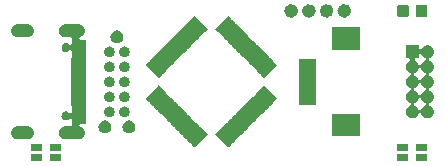
<source format=gbr>
G04 #@! TF.GenerationSoftware,KiCad,Pcbnew,(5.1.0)-1*
G04 #@! TF.CreationDate,2020-02-07T03:11:48-08:00*
G04 #@! TF.ProjectId,design,64657369-676e-42e6-9b69-6361645f7063,rev?*
G04 #@! TF.SameCoordinates,Original*
G04 #@! TF.FileFunction,Soldermask,Top*
G04 #@! TF.FilePolarity,Negative*
%FSLAX46Y46*%
G04 Gerber Fmt 4.6, Leading zero omitted, Abs format (unit mm)*
G04 Created by KiCad (PCBNEW (5.1.0)-1) date 2020-02-07 03:11:48*
%MOMM*%
%LPD*%
G04 APERTURE LIST*
%ADD10C,0.700000*%
%ADD11C,0.100000*%
G04 APERTURE END LIST*
D10*
X164000000Y-50000000D02*
G75*
G03X164000000Y-50000000I-250000J0D01*
G01*
X165500000Y-50000000D02*
G75*
G03X165500000Y-50000000I-250000J0D01*
G01*
X167000000Y-50000000D02*
G75*
G03X167000000Y-50000000I-250000J0D01*
G01*
X168500000Y-50000000D02*
G75*
G03X168500000Y-50000000I-250000J0D01*
G01*
D11*
G36*
X144251000Y-62751000D02*
G01*
X143349000Y-62751000D01*
X143349000Y-62149000D01*
X144251000Y-62149000D01*
X144251000Y-62751000D01*
X144251000Y-62751000D01*
G37*
G36*
X142651000Y-62751000D02*
G01*
X141749000Y-62751000D01*
X141749000Y-62149000D01*
X142651000Y-62149000D01*
X142651000Y-62751000D01*
X142651000Y-62751000D01*
G37*
G36*
X175251000Y-62751000D02*
G01*
X174349000Y-62751000D01*
X174349000Y-62149000D01*
X175251000Y-62149000D01*
X175251000Y-62751000D01*
X175251000Y-62751000D01*
G37*
G36*
X173651000Y-62751000D02*
G01*
X172749000Y-62751000D01*
X172749000Y-62149000D01*
X173651000Y-62149000D01*
X173651000Y-62751000D01*
X173651000Y-62751000D01*
G37*
G36*
X144251000Y-61851000D02*
G01*
X143349000Y-61851000D01*
X143349000Y-61249000D01*
X144251000Y-61249000D01*
X144251000Y-61851000D01*
X144251000Y-61851000D01*
G37*
G36*
X142651000Y-61851000D02*
G01*
X141749000Y-61851000D01*
X141749000Y-61249000D01*
X142651000Y-61249000D01*
X142651000Y-61851000D01*
X142651000Y-61851000D01*
G37*
G36*
X173651000Y-61851000D02*
G01*
X172749000Y-61851000D01*
X172749000Y-61249000D01*
X173651000Y-61249000D01*
X173651000Y-61851000D01*
X173651000Y-61851000D01*
G37*
G36*
X175251000Y-61851000D02*
G01*
X174349000Y-61851000D01*
X174349000Y-61249000D01*
X175251000Y-61249000D01*
X175251000Y-61851000D01*
X175251000Y-61851000D01*
G37*
G36*
X161479746Y-56316169D02*
G01*
X161486761Y-56318297D01*
X161493227Y-56321754D01*
X161503661Y-56330316D01*
X162556348Y-57383003D01*
X162564910Y-57393437D01*
X162568367Y-57399903D01*
X162570495Y-57406918D01*
X162571213Y-57414213D01*
X162570495Y-57421508D01*
X162568367Y-57428523D01*
X162564910Y-57434989D01*
X162556348Y-57445423D01*
X162334511Y-57667260D01*
X162324077Y-57675822D01*
X162317610Y-57679279D01*
X162302674Y-57683810D01*
X162280035Y-57693187D01*
X162259661Y-57706801D01*
X162242334Y-57724128D01*
X162228720Y-57744503D01*
X162219344Y-57767140D01*
X162214813Y-57782076D01*
X162211356Y-57788543D01*
X162202794Y-57798977D01*
X161980957Y-58020814D01*
X161970523Y-58029376D01*
X161964057Y-58032833D01*
X161949120Y-58037364D01*
X161926481Y-58046742D01*
X161906107Y-58060356D01*
X161888780Y-58077683D01*
X161875167Y-58098058D01*
X161865791Y-58120693D01*
X161861260Y-58135630D01*
X161857803Y-58142096D01*
X161849241Y-58152530D01*
X161627404Y-58374367D01*
X161616970Y-58382929D01*
X161610503Y-58386386D01*
X161595567Y-58390917D01*
X161572928Y-58400294D01*
X161552554Y-58413908D01*
X161535227Y-58431235D01*
X161521613Y-58451610D01*
X161512237Y-58474247D01*
X161507706Y-58489183D01*
X161504249Y-58495650D01*
X161495687Y-58506084D01*
X161273850Y-58727921D01*
X161263416Y-58736483D01*
X161256950Y-58739940D01*
X161242013Y-58744471D01*
X161219374Y-58753849D01*
X161199000Y-58767463D01*
X161181673Y-58784790D01*
X161168060Y-58805165D01*
X161158684Y-58827800D01*
X161154153Y-58842737D01*
X161150696Y-58849203D01*
X161142134Y-58859637D01*
X160920297Y-59081474D01*
X160909863Y-59090036D01*
X160903397Y-59093493D01*
X160888460Y-59098024D01*
X160865821Y-59107402D01*
X160845447Y-59121016D01*
X160828120Y-59138343D01*
X160814507Y-59158718D01*
X160805131Y-59181353D01*
X160800600Y-59196290D01*
X160797143Y-59202756D01*
X160788581Y-59213190D01*
X160566744Y-59435027D01*
X160556310Y-59443589D01*
X160549843Y-59447046D01*
X160534907Y-59451577D01*
X160512268Y-59460954D01*
X160491894Y-59474568D01*
X160474567Y-59491895D01*
X160460953Y-59512270D01*
X160451577Y-59534907D01*
X160447046Y-59549843D01*
X160443589Y-59556310D01*
X160435027Y-59566744D01*
X160213190Y-59788581D01*
X160202756Y-59797143D01*
X160196290Y-59800600D01*
X160181353Y-59805131D01*
X160158714Y-59814509D01*
X160138340Y-59828123D01*
X160121013Y-59845450D01*
X160107400Y-59865825D01*
X160098024Y-59888460D01*
X160093493Y-59903397D01*
X160090036Y-59909863D01*
X160081474Y-59920297D01*
X159859637Y-60142134D01*
X159849203Y-60150696D01*
X159842737Y-60154153D01*
X159827800Y-60158684D01*
X159805161Y-60168062D01*
X159784787Y-60181676D01*
X159767460Y-60199003D01*
X159753847Y-60219378D01*
X159744471Y-60242013D01*
X159739940Y-60256950D01*
X159736483Y-60263416D01*
X159727921Y-60273850D01*
X159506084Y-60495687D01*
X159495650Y-60504249D01*
X159489183Y-60507706D01*
X159474247Y-60512237D01*
X159451608Y-60521614D01*
X159431234Y-60535228D01*
X159413907Y-60552555D01*
X159400293Y-60572930D01*
X159390917Y-60595567D01*
X159386386Y-60610503D01*
X159382929Y-60616970D01*
X159374367Y-60627404D01*
X159152530Y-60849241D01*
X159142096Y-60857803D01*
X159135630Y-60861260D01*
X159120693Y-60865791D01*
X159098054Y-60875169D01*
X159077680Y-60888783D01*
X159060353Y-60906110D01*
X159046740Y-60926485D01*
X159037364Y-60949120D01*
X159032833Y-60964057D01*
X159029376Y-60970523D01*
X159020814Y-60980957D01*
X158798977Y-61202794D01*
X158788543Y-61211356D01*
X158782076Y-61214813D01*
X158767140Y-61219344D01*
X158744501Y-61228721D01*
X158724127Y-61242335D01*
X158706800Y-61259662D01*
X158693186Y-61280037D01*
X158683810Y-61302674D01*
X158679279Y-61317610D01*
X158675822Y-61324077D01*
X158667260Y-61334511D01*
X158445423Y-61556348D01*
X158434989Y-61564910D01*
X158428523Y-61568367D01*
X158421508Y-61570495D01*
X158414213Y-61571213D01*
X158406918Y-61570495D01*
X158399903Y-61568367D01*
X158393437Y-61564910D01*
X158383003Y-61556348D01*
X157330316Y-60503661D01*
X157321754Y-60493227D01*
X157318297Y-60486761D01*
X157316169Y-60479746D01*
X157315451Y-60472451D01*
X157316169Y-60465156D01*
X157318297Y-60458141D01*
X157321754Y-60451675D01*
X157330316Y-60441241D01*
X157552153Y-60219404D01*
X157562587Y-60210842D01*
X157569054Y-60207385D01*
X157583990Y-60202854D01*
X157606629Y-60193477D01*
X157627003Y-60179863D01*
X157644330Y-60162536D01*
X157657944Y-60142161D01*
X157667320Y-60119524D01*
X157671851Y-60104588D01*
X157675308Y-60098121D01*
X157683870Y-60087687D01*
X157905707Y-59865850D01*
X157916141Y-59857288D01*
X157922607Y-59853831D01*
X157937544Y-59849300D01*
X157960183Y-59839922D01*
X157980557Y-59826308D01*
X157997884Y-59808981D01*
X158011497Y-59788606D01*
X158020873Y-59765971D01*
X158025404Y-59751034D01*
X158028861Y-59744568D01*
X158037423Y-59734134D01*
X158259260Y-59512297D01*
X158269694Y-59503735D01*
X158276161Y-59500278D01*
X158291097Y-59495747D01*
X158313736Y-59486370D01*
X158334110Y-59472756D01*
X158351437Y-59455429D01*
X158365051Y-59435054D01*
X158374427Y-59412417D01*
X158378958Y-59397481D01*
X158382415Y-59391014D01*
X158390977Y-59380580D01*
X158612814Y-59158743D01*
X158623248Y-59150181D01*
X158629714Y-59146724D01*
X158644651Y-59142193D01*
X158667290Y-59132815D01*
X158687664Y-59119201D01*
X158704991Y-59101874D01*
X158718604Y-59081499D01*
X158727980Y-59058864D01*
X158732511Y-59043927D01*
X158735968Y-59037461D01*
X158744530Y-59027027D01*
X158966367Y-58805190D01*
X158976801Y-58796628D01*
X158983267Y-58793171D01*
X158998204Y-58788640D01*
X159020843Y-58779262D01*
X159041217Y-58765648D01*
X159058544Y-58748321D01*
X159072157Y-58727946D01*
X159081533Y-58705311D01*
X159086064Y-58690374D01*
X159089521Y-58683908D01*
X159098083Y-58673474D01*
X159319920Y-58451637D01*
X159330354Y-58443075D01*
X159336821Y-58439618D01*
X159351757Y-58435087D01*
X159374396Y-58425710D01*
X159394770Y-58412096D01*
X159412097Y-58394769D01*
X159425711Y-58374394D01*
X159435087Y-58351757D01*
X159439618Y-58336821D01*
X159443075Y-58330354D01*
X159451637Y-58319920D01*
X159673474Y-58098083D01*
X159683908Y-58089521D01*
X159690374Y-58086064D01*
X159705311Y-58081533D01*
X159727950Y-58072155D01*
X159748324Y-58058541D01*
X159765651Y-58041214D01*
X159779264Y-58020839D01*
X159788640Y-57998204D01*
X159793171Y-57983267D01*
X159796628Y-57976801D01*
X159805190Y-57966367D01*
X160027027Y-57744530D01*
X160037461Y-57735968D01*
X160043927Y-57732511D01*
X160058864Y-57727980D01*
X160081503Y-57718602D01*
X160101877Y-57704988D01*
X160119204Y-57687661D01*
X160132817Y-57667286D01*
X160142193Y-57644651D01*
X160146724Y-57629714D01*
X160150181Y-57623248D01*
X160158743Y-57612814D01*
X160380580Y-57390977D01*
X160391014Y-57382415D01*
X160397481Y-57378958D01*
X160412417Y-57374427D01*
X160435056Y-57365050D01*
X160455430Y-57351436D01*
X160472757Y-57334109D01*
X160486371Y-57313734D01*
X160495747Y-57291097D01*
X160500278Y-57276161D01*
X160503735Y-57269694D01*
X160512297Y-57259260D01*
X160734134Y-57037423D01*
X160744568Y-57028861D01*
X160751034Y-57025404D01*
X160765971Y-57020873D01*
X160788610Y-57011495D01*
X160808984Y-56997881D01*
X160826311Y-56980554D01*
X160839924Y-56960179D01*
X160849300Y-56937544D01*
X160853831Y-56922607D01*
X160857288Y-56916141D01*
X160865850Y-56905707D01*
X161087687Y-56683870D01*
X161098121Y-56675308D01*
X161104588Y-56671851D01*
X161119524Y-56667320D01*
X161142163Y-56657943D01*
X161162537Y-56644329D01*
X161179864Y-56627002D01*
X161193478Y-56606627D01*
X161202854Y-56583990D01*
X161207385Y-56569054D01*
X161210842Y-56562587D01*
X161219404Y-56552153D01*
X161441241Y-56330316D01*
X161451675Y-56321754D01*
X161458141Y-56318297D01*
X161465156Y-56316169D01*
X161472451Y-56315451D01*
X161479746Y-56316169D01*
X161479746Y-56316169D01*
G37*
G36*
X152534844Y-56316169D02*
G01*
X152541859Y-56318297D01*
X152548325Y-56321754D01*
X152558759Y-56330316D01*
X152780596Y-56552153D01*
X152789158Y-56562587D01*
X152792615Y-56569054D01*
X152797146Y-56583990D01*
X152806523Y-56606629D01*
X152820137Y-56627003D01*
X152837464Y-56644330D01*
X152857839Y-56657944D01*
X152880476Y-56667320D01*
X152895412Y-56671851D01*
X152901879Y-56675308D01*
X152912313Y-56683870D01*
X153134150Y-56905707D01*
X153142712Y-56916141D01*
X153146169Y-56922607D01*
X153150700Y-56937544D01*
X153160078Y-56960183D01*
X153173692Y-56980557D01*
X153191019Y-56997884D01*
X153211394Y-57011497D01*
X153234029Y-57020873D01*
X153248966Y-57025404D01*
X153255432Y-57028861D01*
X153265866Y-57037423D01*
X153487703Y-57259260D01*
X153496265Y-57269694D01*
X153499722Y-57276161D01*
X153504253Y-57291097D01*
X153513630Y-57313736D01*
X153527244Y-57334110D01*
X153544571Y-57351437D01*
X153564946Y-57365051D01*
X153587583Y-57374427D01*
X153602519Y-57378958D01*
X153608986Y-57382415D01*
X153619420Y-57390977D01*
X153841257Y-57612814D01*
X153849819Y-57623248D01*
X153853276Y-57629714D01*
X153857807Y-57644651D01*
X153867185Y-57667290D01*
X153880799Y-57687664D01*
X153898126Y-57704991D01*
X153918501Y-57718604D01*
X153941136Y-57727980D01*
X153956073Y-57732511D01*
X153962539Y-57735968D01*
X153972973Y-57744530D01*
X154194810Y-57966367D01*
X154203372Y-57976801D01*
X154206829Y-57983267D01*
X154211360Y-57998204D01*
X154220738Y-58020843D01*
X154234352Y-58041217D01*
X154251679Y-58058544D01*
X154272054Y-58072157D01*
X154294689Y-58081533D01*
X154309626Y-58086064D01*
X154316092Y-58089521D01*
X154326526Y-58098083D01*
X154548363Y-58319920D01*
X154556925Y-58330354D01*
X154560382Y-58336821D01*
X154564913Y-58351757D01*
X154574290Y-58374396D01*
X154587904Y-58394770D01*
X154605231Y-58412097D01*
X154625606Y-58425711D01*
X154648243Y-58435087D01*
X154663179Y-58439618D01*
X154669646Y-58443075D01*
X154680080Y-58451637D01*
X154901917Y-58673474D01*
X154910479Y-58683908D01*
X154913936Y-58690374D01*
X154918467Y-58705311D01*
X154927845Y-58727950D01*
X154941459Y-58748324D01*
X154958786Y-58765651D01*
X154979161Y-58779264D01*
X155001796Y-58788640D01*
X155016733Y-58793171D01*
X155023199Y-58796628D01*
X155033633Y-58805190D01*
X155255470Y-59027027D01*
X155264032Y-59037461D01*
X155267489Y-59043927D01*
X155272020Y-59058864D01*
X155281398Y-59081503D01*
X155295012Y-59101877D01*
X155312339Y-59119204D01*
X155332714Y-59132817D01*
X155355349Y-59142193D01*
X155370286Y-59146724D01*
X155376752Y-59150181D01*
X155387186Y-59158743D01*
X155609023Y-59380580D01*
X155617585Y-59391014D01*
X155621042Y-59397481D01*
X155625573Y-59412417D01*
X155634950Y-59435056D01*
X155648564Y-59455430D01*
X155665891Y-59472757D01*
X155686266Y-59486371D01*
X155708903Y-59495747D01*
X155723839Y-59500278D01*
X155730306Y-59503735D01*
X155740740Y-59512297D01*
X155962577Y-59734134D01*
X155971139Y-59744568D01*
X155974596Y-59751034D01*
X155979127Y-59765971D01*
X155988505Y-59788610D01*
X156002119Y-59808984D01*
X156019446Y-59826311D01*
X156039821Y-59839924D01*
X156062456Y-59849300D01*
X156077393Y-59853831D01*
X156083859Y-59857288D01*
X156094293Y-59865850D01*
X156316130Y-60087687D01*
X156324692Y-60098121D01*
X156328149Y-60104588D01*
X156332680Y-60119524D01*
X156342057Y-60142163D01*
X156355671Y-60162537D01*
X156372998Y-60179864D01*
X156393373Y-60193478D01*
X156416010Y-60202854D01*
X156430946Y-60207385D01*
X156437413Y-60210842D01*
X156447847Y-60219404D01*
X156669684Y-60441241D01*
X156678246Y-60451675D01*
X156681703Y-60458141D01*
X156683831Y-60465156D01*
X156684549Y-60472451D01*
X156683831Y-60479746D01*
X156681703Y-60486761D01*
X156678246Y-60493227D01*
X156669684Y-60503661D01*
X155616997Y-61556348D01*
X155606563Y-61564910D01*
X155600097Y-61568367D01*
X155593082Y-61570495D01*
X155585787Y-61571213D01*
X155578492Y-61570495D01*
X155571477Y-61568367D01*
X155565011Y-61564910D01*
X155554577Y-61556348D01*
X155332740Y-61334511D01*
X155324178Y-61324077D01*
X155320721Y-61317610D01*
X155316190Y-61302674D01*
X155306813Y-61280035D01*
X155293199Y-61259661D01*
X155275872Y-61242334D01*
X155255497Y-61228720D01*
X155232860Y-61219344D01*
X155217924Y-61214813D01*
X155211457Y-61211356D01*
X155201023Y-61202794D01*
X154979186Y-60980957D01*
X154970624Y-60970523D01*
X154967167Y-60964057D01*
X154962636Y-60949120D01*
X154953258Y-60926481D01*
X154939644Y-60906107D01*
X154922317Y-60888780D01*
X154901942Y-60875167D01*
X154879307Y-60865791D01*
X154864370Y-60861260D01*
X154857904Y-60857803D01*
X154847470Y-60849241D01*
X154625633Y-60627404D01*
X154617071Y-60616970D01*
X154613614Y-60610503D01*
X154609083Y-60595567D01*
X154599706Y-60572928D01*
X154586092Y-60552554D01*
X154568765Y-60535227D01*
X154548390Y-60521613D01*
X154525753Y-60512237D01*
X154510817Y-60507706D01*
X154504350Y-60504249D01*
X154493916Y-60495687D01*
X154272079Y-60273850D01*
X154263517Y-60263416D01*
X154260060Y-60256950D01*
X154255529Y-60242013D01*
X154246151Y-60219374D01*
X154232537Y-60199000D01*
X154215210Y-60181673D01*
X154194835Y-60168060D01*
X154172200Y-60158684D01*
X154157263Y-60154153D01*
X154150797Y-60150696D01*
X154140363Y-60142134D01*
X153918526Y-59920297D01*
X153909964Y-59909863D01*
X153906507Y-59903397D01*
X153901976Y-59888460D01*
X153892598Y-59865821D01*
X153878984Y-59845447D01*
X153861657Y-59828120D01*
X153841282Y-59814507D01*
X153818647Y-59805131D01*
X153803710Y-59800600D01*
X153797244Y-59797143D01*
X153786810Y-59788581D01*
X153564973Y-59566744D01*
X153556411Y-59556310D01*
X153552954Y-59549843D01*
X153548423Y-59534907D01*
X153539046Y-59512268D01*
X153525432Y-59491894D01*
X153508105Y-59474567D01*
X153487730Y-59460953D01*
X153465093Y-59451577D01*
X153450157Y-59447046D01*
X153443690Y-59443589D01*
X153433256Y-59435027D01*
X153211419Y-59213190D01*
X153202857Y-59202756D01*
X153199400Y-59196290D01*
X153194869Y-59181353D01*
X153185491Y-59158714D01*
X153171877Y-59138340D01*
X153154550Y-59121013D01*
X153134175Y-59107400D01*
X153111540Y-59098024D01*
X153096603Y-59093493D01*
X153090137Y-59090036D01*
X153079703Y-59081474D01*
X152857866Y-58859637D01*
X152849304Y-58849203D01*
X152845847Y-58842737D01*
X152841316Y-58827800D01*
X152831938Y-58805161D01*
X152818324Y-58784787D01*
X152800997Y-58767460D01*
X152780622Y-58753847D01*
X152757987Y-58744471D01*
X152743050Y-58739940D01*
X152736584Y-58736483D01*
X152726150Y-58727921D01*
X152504313Y-58506084D01*
X152495751Y-58495650D01*
X152492294Y-58489183D01*
X152487763Y-58474247D01*
X152478386Y-58451608D01*
X152464772Y-58431234D01*
X152447445Y-58413907D01*
X152427070Y-58400293D01*
X152404433Y-58390917D01*
X152389497Y-58386386D01*
X152383030Y-58382929D01*
X152372596Y-58374367D01*
X152150759Y-58152530D01*
X152142197Y-58142096D01*
X152138740Y-58135630D01*
X152134209Y-58120693D01*
X152124831Y-58098054D01*
X152111217Y-58077680D01*
X152093890Y-58060353D01*
X152073515Y-58046740D01*
X152050880Y-58037364D01*
X152035943Y-58032833D01*
X152029477Y-58029376D01*
X152019043Y-58020814D01*
X151797206Y-57798977D01*
X151788644Y-57788543D01*
X151785187Y-57782076D01*
X151780656Y-57767140D01*
X151771279Y-57744501D01*
X151757665Y-57724127D01*
X151740338Y-57706800D01*
X151719963Y-57693186D01*
X151697326Y-57683810D01*
X151682390Y-57679279D01*
X151675923Y-57675822D01*
X151665489Y-57667260D01*
X151443652Y-57445423D01*
X151435090Y-57434989D01*
X151431633Y-57428523D01*
X151429505Y-57421508D01*
X151428787Y-57414213D01*
X151429505Y-57406918D01*
X151431633Y-57399903D01*
X151435090Y-57393437D01*
X151443652Y-57383003D01*
X152496339Y-56330316D01*
X152506773Y-56321754D01*
X152513239Y-56318297D01*
X152520254Y-56316169D01*
X152527549Y-56315451D01*
X152534844Y-56316169D01*
X152534844Y-56316169D01*
G37*
G36*
X145838015Y-51136973D02*
G01*
X145941879Y-51168479D01*
X145959904Y-51178114D01*
X146037600Y-51219643D01*
X146121501Y-51288499D01*
X146190357Y-51372400D01*
X146226995Y-51440945D01*
X146241521Y-51468121D01*
X146273027Y-51571985D01*
X146283666Y-51680000D01*
X146273027Y-51788015D01*
X146241521Y-51891879D01*
X146226995Y-51919055D01*
X146190357Y-51987600D01*
X146121501Y-52071501D01*
X146037600Y-52140357D01*
X145978630Y-52171877D01*
X145941879Y-52191521D01*
X145899462Y-52204388D01*
X145876832Y-52213762D01*
X145856458Y-52227375D01*
X145839131Y-52244702D01*
X145825517Y-52265077D01*
X145816139Y-52287716D01*
X145811359Y-52311749D01*
X145811359Y-52336253D01*
X145816139Y-52360286D01*
X145825517Y-52382925D01*
X145839130Y-52403299D01*
X145856457Y-52420626D01*
X145876832Y-52434240D01*
X145899471Y-52443618D01*
X145923504Y-52448398D01*
X145935756Y-52449000D01*
X146371000Y-52449000D01*
X146371000Y-59551000D01*
X145935756Y-59551000D01*
X145911370Y-59553402D01*
X145887921Y-59560515D01*
X145866310Y-59572066D01*
X145847368Y-59587611D01*
X145831823Y-59606553D01*
X145820272Y-59628164D01*
X145813159Y-59651613D01*
X145810757Y-59675999D01*
X145813159Y-59700385D01*
X145820272Y-59723834D01*
X145831823Y-59745445D01*
X145847368Y-59764387D01*
X145866310Y-59779932D01*
X145887921Y-59791483D01*
X145899453Y-59795609D01*
X145941879Y-59808479D01*
X145969055Y-59823005D01*
X146037600Y-59859643D01*
X146121501Y-59928499D01*
X146190357Y-60012400D01*
X146209296Y-60047833D01*
X146241521Y-60108121D01*
X146273027Y-60211985D01*
X146283666Y-60320000D01*
X146273027Y-60428015D01*
X146241521Y-60531879D01*
X146241519Y-60531882D01*
X146190357Y-60627600D01*
X146121501Y-60711501D01*
X146037600Y-60780357D01*
X145983288Y-60809387D01*
X145941879Y-60831521D01*
X145838015Y-60863027D01*
X145757067Y-60871000D01*
X144602933Y-60871000D01*
X144521985Y-60863027D01*
X144418121Y-60831521D01*
X144376712Y-60809387D01*
X144322400Y-60780357D01*
X144238499Y-60711501D01*
X144169643Y-60627600D01*
X144118481Y-60531882D01*
X144118479Y-60531879D01*
X144086973Y-60428015D01*
X144076334Y-60320000D01*
X144086973Y-60211985D01*
X144118479Y-60108121D01*
X144150704Y-60047833D01*
X144169643Y-60012400D01*
X144238499Y-59928499D01*
X144322400Y-59859643D01*
X144390945Y-59823005D01*
X144418121Y-59808479D01*
X144521985Y-59776973D01*
X144602933Y-59769000D01*
X145044001Y-59769000D01*
X145068387Y-59766598D01*
X145091836Y-59759485D01*
X145113447Y-59747934D01*
X145132389Y-59732389D01*
X145147934Y-59713447D01*
X145159485Y-59691836D01*
X145166598Y-59668387D01*
X145169000Y-59644001D01*
X145169000Y-59236193D01*
X145166598Y-59211807D01*
X145159485Y-59188358D01*
X145147934Y-59166747D01*
X145132389Y-59147805D01*
X145113447Y-59132260D01*
X145091836Y-59120709D01*
X145068387Y-59113596D01*
X145044001Y-59111194D01*
X145019615Y-59113596D01*
X144996166Y-59120709D01*
X144974555Y-59132260D01*
X144955613Y-59147805D01*
X144947375Y-59156895D01*
X144947159Y-59157159D01*
X144889904Y-59204146D01*
X144824585Y-59239060D01*
X144753710Y-59260560D01*
X144698472Y-59266000D01*
X144661528Y-59266000D01*
X144606290Y-59260560D01*
X144535415Y-59239060D01*
X144470096Y-59204146D01*
X144412841Y-59157159D01*
X144365854Y-59099904D01*
X144330940Y-59034585D01*
X144309440Y-58963710D01*
X144302181Y-58890000D01*
X144309440Y-58816290D01*
X144330940Y-58745415D01*
X144365854Y-58680096D01*
X144412841Y-58622841D01*
X144470096Y-58575854D01*
X144535415Y-58540940D01*
X144606290Y-58519440D01*
X144661528Y-58514000D01*
X144698472Y-58514000D01*
X144753710Y-58519440D01*
X144824585Y-58540940D01*
X144889904Y-58575854D01*
X144947159Y-58622841D01*
X144947375Y-58623105D01*
X144964702Y-58640432D01*
X144985076Y-58654046D01*
X145007715Y-58663423D01*
X145031749Y-58668204D01*
X145056253Y-58668204D01*
X145080286Y-58663424D01*
X145102925Y-58654046D01*
X145123299Y-58640433D01*
X145140626Y-58623106D01*
X145154240Y-58602732D01*
X145163617Y-58580093D01*
X145168398Y-58556059D01*
X145169000Y-58543807D01*
X145169000Y-58075999D01*
X145166598Y-58051613D01*
X145159485Y-58028164D01*
X145147934Y-58006553D01*
X145132389Y-57987611D01*
X145119000Y-57976623D01*
X145119000Y-54023377D01*
X145132389Y-54012389D01*
X145147934Y-53993447D01*
X145159485Y-53971836D01*
X145166598Y-53948387D01*
X145169000Y-53924001D01*
X145169000Y-53456193D01*
X145166598Y-53431807D01*
X145159485Y-53408358D01*
X145147934Y-53386747D01*
X145132389Y-53367805D01*
X145113447Y-53352260D01*
X145091836Y-53340709D01*
X145068387Y-53333596D01*
X145044001Y-53331194D01*
X145019615Y-53333596D01*
X144996166Y-53340709D01*
X144974555Y-53352260D01*
X144955613Y-53367805D01*
X144947375Y-53376895D01*
X144947159Y-53377159D01*
X144889904Y-53424146D01*
X144824585Y-53459060D01*
X144753710Y-53480560D01*
X144698472Y-53486000D01*
X144661528Y-53486000D01*
X144606290Y-53480560D01*
X144535415Y-53459060D01*
X144470096Y-53424146D01*
X144412841Y-53377159D01*
X144365854Y-53319904D01*
X144330940Y-53254585D01*
X144309440Y-53183710D01*
X144302181Y-53110000D01*
X144309440Y-53036290D01*
X144330940Y-52965415D01*
X144365854Y-52900096D01*
X144412841Y-52842841D01*
X144470096Y-52795854D01*
X144535415Y-52760940D01*
X144606290Y-52739440D01*
X144661528Y-52734000D01*
X144698472Y-52734000D01*
X144753710Y-52739440D01*
X144824585Y-52760940D01*
X144889904Y-52795854D01*
X144947159Y-52842841D01*
X144947375Y-52843105D01*
X144964702Y-52860432D01*
X144985076Y-52874046D01*
X145007715Y-52883423D01*
X145031749Y-52888204D01*
X145056253Y-52888204D01*
X145080286Y-52883424D01*
X145102925Y-52874046D01*
X145123299Y-52860433D01*
X145140626Y-52843106D01*
X145154240Y-52822732D01*
X145163617Y-52800093D01*
X145168398Y-52776059D01*
X145169000Y-52763807D01*
X145169000Y-52355999D01*
X145166598Y-52331613D01*
X145159485Y-52308164D01*
X145147934Y-52286553D01*
X145132389Y-52267611D01*
X145113447Y-52252066D01*
X145091836Y-52240515D01*
X145068387Y-52233402D01*
X145044001Y-52231000D01*
X144602933Y-52231000D01*
X144521985Y-52223027D01*
X144418121Y-52191521D01*
X144381370Y-52171877D01*
X144322400Y-52140357D01*
X144238499Y-52071501D01*
X144169643Y-51987600D01*
X144133005Y-51919055D01*
X144118479Y-51891879D01*
X144086973Y-51788015D01*
X144076334Y-51680000D01*
X144086973Y-51571985D01*
X144118479Y-51468121D01*
X144133005Y-51440945D01*
X144169643Y-51372400D01*
X144238499Y-51288499D01*
X144322400Y-51219643D01*
X144400096Y-51178114D01*
X144418121Y-51168479D01*
X144521985Y-51136973D01*
X144602933Y-51129000D01*
X145757067Y-51129000D01*
X145838015Y-51136973D01*
X145838015Y-51136973D01*
G37*
G36*
X141508015Y-59776973D02*
G01*
X141611879Y-59808479D01*
X141639055Y-59823005D01*
X141707600Y-59859643D01*
X141791501Y-59928499D01*
X141860357Y-60012400D01*
X141879296Y-60047833D01*
X141911521Y-60108121D01*
X141943027Y-60211985D01*
X141953666Y-60320000D01*
X141943027Y-60428015D01*
X141911521Y-60531879D01*
X141911519Y-60531882D01*
X141860357Y-60627600D01*
X141791501Y-60711501D01*
X141707600Y-60780357D01*
X141653288Y-60809387D01*
X141611879Y-60831521D01*
X141508015Y-60863027D01*
X141427067Y-60871000D01*
X140572933Y-60871000D01*
X140491985Y-60863027D01*
X140388121Y-60831521D01*
X140346712Y-60809387D01*
X140292400Y-60780357D01*
X140208499Y-60711501D01*
X140139643Y-60627600D01*
X140088481Y-60531882D01*
X140088479Y-60531879D01*
X140056973Y-60428015D01*
X140046334Y-60320000D01*
X140056973Y-60211985D01*
X140088479Y-60108121D01*
X140120704Y-60047833D01*
X140139643Y-60012400D01*
X140208499Y-59928499D01*
X140292400Y-59859643D01*
X140360945Y-59823005D01*
X140388121Y-59808479D01*
X140491985Y-59776973D01*
X140572933Y-59769000D01*
X141427067Y-59769000D01*
X141508015Y-59776973D01*
X141508015Y-59776973D01*
G37*
G36*
X169551000Y-60601000D02*
G01*
X167249000Y-60601000D01*
X167249000Y-58699000D01*
X169551000Y-58699000D01*
X169551000Y-60601000D01*
X169551000Y-60601000D01*
G37*
G36*
X150122578Y-59274197D02*
G01*
X150175350Y-59284694D01*
X150274770Y-59325875D01*
X150364246Y-59385661D01*
X150440339Y-59461754D01*
X150500125Y-59551230D01*
X150541306Y-59650650D01*
X150544834Y-59668387D01*
X150562300Y-59756193D01*
X150562300Y-59863807D01*
X150557396Y-59888460D01*
X150541306Y-59969350D01*
X150500125Y-60068770D01*
X150440339Y-60158246D01*
X150364246Y-60234339D01*
X150274770Y-60294125D01*
X150175350Y-60335306D01*
X150122578Y-60345803D01*
X150069807Y-60356300D01*
X149962193Y-60356300D01*
X149909422Y-60345803D01*
X149856650Y-60335306D01*
X149757230Y-60294125D01*
X149667754Y-60234339D01*
X149591661Y-60158246D01*
X149531875Y-60068770D01*
X149490694Y-59969350D01*
X149474604Y-59888460D01*
X149469700Y-59863807D01*
X149469700Y-59756193D01*
X149487166Y-59668387D01*
X149490694Y-59650650D01*
X149531875Y-59551230D01*
X149591661Y-59461754D01*
X149667754Y-59385661D01*
X149757230Y-59325875D01*
X149856650Y-59284694D01*
X149909422Y-59274197D01*
X149962193Y-59263700D01*
X150069807Y-59263700D01*
X150122578Y-59274197D01*
X150122578Y-59274197D01*
G37*
G36*
X148090578Y-59274197D02*
G01*
X148143350Y-59284694D01*
X148242770Y-59325875D01*
X148332246Y-59385661D01*
X148408339Y-59461754D01*
X148468125Y-59551230D01*
X148509306Y-59650650D01*
X148512834Y-59668387D01*
X148530300Y-59756193D01*
X148530300Y-59863807D01*
X148525396Y-59888460D01*
X148509306Y-59969350D01*
X148468125Y-60068770D01*
X148408339Y-60158246D01*
X148332246Y-60234339D01*
X148242770Y-60294125D01*
X148143350Y-60335306D01*
X148090578Y-60345803D01*
X148037807Y-60356300D01*
X147930193Y-60356300D01*
X147877422Y-60345803D01*
X147824650Y-60335306D01*
X147725230Y-60294125D01*
X147635754Y-60234339D01*
X147559661Y-60158246D01*
X147499875Y-60068770D01*
X147458694Y-59969350D01*
X147442604Y-59888460D01*
X147437700Y-59863807D01*
X147437700Y-59756193D01*
X147455166Y-59668387D01*
X147458694Y-59650650D01*
X147499875Y-59551230D01*
X147559661Y-59461754D01*
X147635754Y-59385661D01*
X147725230Y-59325875D01*
X147824650Y-59284694D01*
X147877422Y-59274197D01*
X147930193Y-59263700D01*
X148037807Y-59263700D01*
X148090578Y-59274197D01*
X148090578Y-59274197D01*
G37*
G36*
X174551000Y-53137265D02*
G01*
X174553402Y-53161651D01*
X174560515Y-53185100D01*
X174572066Y-53206711D01*
X174587611Y-53225653D01*
X174606553Y-53241198D01*
X174628164Y-53252749D01*
X174651613Y-53259862D01*
X174675999Y-53262264D01*
X174700385Y-53259862D01*
X174723834Y-53252749D01*
X174745445Y-53241198D01*
X174764387Y-53225653D01*
X174779932Y-53206711D01*
X174786233Y-53196198D01*
X174809644Y-53152400D01*
X174878499Y-53068499D01*
X174881651Y-53065912D01*
X174962400Y-52999643D01*
X175043914Y-52956073D01*
X175058121Y-52948479D01*
X175161985Y-52916973D01*
X175242933Y-52909000D01*
X175297067Y-52909000D01*
X175378015Y-52916973D01*
X175481879Y-52948479D01*
X175496086Y-52956073D01*
X175577600Y-52999643D01*
X175661501Y-53068499D01*
X175730357Y-53152400D01*
X175763929Y-53215210D01*
X175781521Y-53248121D01*
X175813027Y-53351985D01*
X175823666Y-53460000D01*
X175813027Y-53568015D01*
X175781521Y-53671879D01*
X175781191Y-53672496D01*
X175730357Y-53767600D01*
X175661501Y-53851501D01*
X175577600Y-53920357D01*
X175516046Y-53953258D01*
X175481879Y-53971521D01*
X175469131Y-53975388D01*
X175446504Y-53984760D01*
X175426130Y-53998374D01*
X175408803Y-54015701D01*
X175395189Y-54036075D01*
X175385812Y-54058714D01*
X175381031Y-54082747D01*
X175381031Y-54107251D01*
X175385811Y-54131285D01*
X175395188Y-54153924D01*
X175408802Y-54174298D01*
X175426129Y-54191625D01*
X175446503Y-54205239D01*
X175469131Y-54214612D01*
X175481879Y-54218479D01*
X175499906Y-54228115D01*
X175577600Y-54269643D01*
X175661501Y-54338499D01*
X175730357Y-54422400D01*
X175766995Y-54490945D01*
X175781521Y-54518121D01*
X175813027Y-54621985D01*
X175823666Y-54730000D01*
X175813027Y-54838015D01*
X175781521Y-54941879D01*
X175776026Y-54952159D01*
X175730357Y-55037600D01*
X175661501Y-55121501D01*
X175577600Y-55190357D01*
X175509055Y-55226995D01*
X175481879Y-55241521D01*
X175469131Y-55245388D01*
X175446504Y-55254760D01*
X175426130Y-55268374D01*
X175408803Y-55285701D01*
X175395189Y-55306075D01*
X175385812Y-55328714D01*
X175381031Y-55352747D01*
X175381031Y-55377251D01*
X175385811Y-55401285D01*
X175395188Y-55423924D01*
X175408802Y-55444298D01*
X175426129Y-55461625D01*
X175446503Y-55475239D01*
X175469131Y-55484612D01*
X175481879Y-55488479D01*
X175509055Y-55503005D01*
X175577600Y-55539643D01*
X175661501Y-55608499D01*
X175730357Y-55692400D01*
X175743249Y-55716520D01*
X175781521Y-55788121D01*
X175813027Y-55891985D01*
X175823666Y-56000000D01*
X175813027Y-56108015D01*
X175781521Y-56211879D01*
X175781519Y-56211882D01*
X175730357Y-56307600D01*
X175661501Y-56391501D01*
X175577600Y-56460357D01*
X175509055Y-56496995D01*
X175481879Y-56511521D01*
X175469131Y-56515388D01*
X175446504Y-56524760D01*
X175426130Y-56538374D01*
X175408803Y-56555701D01*
X175395189Y-56576075D01*
X175385812Y-56598714D01*
X175381031Y-56622747D01*
X175381031Y-56647251D01*
X175385811Y-56671285D01*
X175395188Y-56693924D01*
X175408802Y-56714298D01*
X175426129Y-56731625D01*
X175446503Y-56745239D01*
X175469131Y-56754612D01*
X175481879Y-56758479D01*
X175509055Y-56773005D01*
X175577600Y-56809643D01*
X175661501Y-56878499D01*
X175730357Y-56962400D01*
X175761611Y-57020873D01*
X175781521Y-57058121D01*
X175813027Y-57161985D01*
X175823666Y-57270000D01*
X175813027Y-57378015D01*
X175781521Y-57481879D01*
X175766995Y-57509055D01*
X175730357Y-57577600D01*
X175661501Y-57661501D01*
X175577600Y-57730357D01*
X175517281Y-57762598D01*
X175481879Y-57781521D01*
X175469131Y-57785388D01*
X175446504Y-57794760D01*
X175426130Y-57808374D01*
X175408803Y-57825701D01*
X175395189Y-57846075D01*
X175385812Y-57868714D01*
X175381031Y-57892747D01*
X175381031Y-57917251D01*
X175385811Y-57941285D01*
X175395188Y-57963924D01*
X175408802Y-57984298D01*
X175426129Y-58001625D01*
X175446503Y-58015239D01*
X175469131Y-58024612D01*
X175481879Y-58028479D01*
X175498501Y-58037364D01*
X175577600Y-58079643D01*
X175661501Y-58148499D01*
X175730357Y-58232400D01*
X175743249Y-58256520D01*
X175781521Y-58328121D01*
X175813027Y-58431985D01*
X175823666Y-58540000D01*
X175813027Y-58648015D01*
X175781521Y-58751879D01*
X175773191Y-58767463D01*
X175730357Y-58847600D01*
X175661501Y-58931501D01*
X175577600Y-59000357D01*
X175513563Y-59034585D01*
X175481879Y-59051521D01*
X175378015Y-59083027D01*
X175297067Y-59091000D01*
X175242933Y-59091000D01*
X175161985Y-59083027D01*
X175058121Y-59051521D01*
X175026437Y-59034585D01*
X174962400Y-59000357D01*
X174878499Y-58931501D01*
X174809643Y-58847600D01*
X174766809Y-58767463D01*
X174758479Y-58751879D01*
X174754612Y-58739131D01*
X174745240Y-58716504D01*
X174731626Y-58696130D01*
X174714299Y-58678803D01*
X174693925Y-58665189D01*
X174671286Y-58655812D01*
X174647253Y-58651031D01*
X174622749Y-58651031D01*
X174598715Y-58655811D01*
X174576076Y-58665188D01*
X174555702Y-58678802D01*
X174538375Y-58696129D01*
X174524761Y-58716503D01*
X174515388Y-58739131D01*
X174511521Y-58751879D01*
X174503191Y-58767463D01*
X174460357Y-58847600D01*
X174391501Y-58931501D01*
X174307600Y-59000357D01*
X174243563Y-59034585D01*
X174211879Y-59051521D01*
X174108015Y-59083027D01*
X174027067Y-59091000D01*
X173972933Y-59091000D01*
X173891985Y-59083027D01*
X173788121Y-59051521D01*
X173756437Y-59034585D01*
X173692400Y-59000357D01*
X173608499Y-58931501D01*
X173539643Y-58847600D01*
X173496809Y-58767463D01*
X173488479Y-58751879D01*
X173456973Y-58648015D01*
X173446334Y-58540000D01*
X173456973Y-58431985D01*
X173488479Y-58328121D01*
X173526751Y-58256520D01*
X173539643Y-58232400D01*
X173608499Y-58148499D01*
X173692400Y-58079643D01*
X173771499Y-58037364D01*
X173788121Y-58028479D01*
X173800869Y-58024612D01*
X173823496Y-58015240D01*
X173843870Y-58001626D01*
X173861197Y-57984299D01*
X173874811Y-57963925D01*
X173884188Y-57941286D01*
X173888969Y-57917253D01*
X173888969Y-57892749D01*
X173888969Y-57892747D01*
X174111031Y-57892747D01*
X174111031Y-57917251D01*
X174115811Y-57941285D01*
X174125188Y-57963924D01*
X174138802Y-57984298D01*
X174156129Y-58001625D01*
X174176503Y-58015239D01*
X174199131Y-58024612D01*
X174211879Y-58028479D01*
X174228501Y-58037364D01*
X174307600Y-58079643D01*
X174391501Y-58148499D01*
X174460357Y-58232400D01*
X174473249Y-58256520D01*
X174511521Y-58328121D01*
X174515388Y-58340869D01*
X174524760Y-58363496D01*
X174538374Y-58383870D01*
X174555701Y-58401197D01*
X174576075Y-58414811D01*
X174598714Y-58424188D01*
X174622747Y-58428969D01*
X174647251Y-58428969D01*
X174671285Y-58424189D01*
X174693924Y-58414812D01*
X174714298Y-58401198D01*
X174731625Y-58383871D01*
X174745239Y-58363497D01*
X174754612Y-58340869D01*
X174758479Y-58328121D01*
X174796751Y-58256520D01*
X174809643Y-58232400D01*
X174878499Y-58148499D01*
X174962400Y-58079643D01*
X175041499Y-58037364D01*
X175058121Y-58028479D01*
X175070869Y-58024612D01*
X175093496Y-58015240D01*
X175113870Y-58001626D01*
X175131197Y-57984299D01*
X175144811Y-57963925D01*
X175154188Y-57941286D01*
X175158969Y-57917253D01*
X175158969Y-57892749D01*
X175154189Y-57868715D01*
X175144812Y-57846076D01*
X175131198Y-57825702D01*
X175113871Y-57808375D01*
X175093497Y-57794761D01*
X175070869Y-57785388D01*
X175058121Y-57781521D01*
X175022719Y-57762598D01*
X174962400Y-57730357D01*
X174878499Y-57661501D01*
X174809643Y-57577600D01*
X174773005Y-57509055D01*
X174758479Y-57481879D01*
X174754612Y-57469131D01*
X174745240Y-57446504D01*
X174731626Y-57426130D01*
X174714299Y-57408803D01*
X174693925Y-57395189D01*
X174671286Y-57385812D01*
X174647253Y-57381031D01*
X174622749Y-57381031D01*
X174598715Y-57385811D01*
X174576076Y-57395188D01*
X174555702Y-57408802D01*
X174538375Y-57426129D01*
X174524761Y-57446503D01*
X174515388Y-57469131D01*
X174511521Y-57481879D01*
X174496995Y-57509055D01*
X174460357Y-57577600D01*
X174391501Y-57661501D01*
X174307600Y-57730357D01*
X174247281Y-57762598D01*
X174211879Y-57781521D01*
X174199131Y-57785388D01*
X174176504Y-57794760D01*
X174156130Y-57808374D01*
X174138803Y-57825701D01*
X174125189Y-57846075D01*
X174115812Y-57868714D01*
X174111031Y-57892747D01*
X173888969Y-57892747D01*
X173884189Y-57868715D01*
X173874812Y-57846076D01*
X173861198Y-57825702D01*
X173843871Y-57808375D01*
X173823497Y-57794761D01*
X173800869Y-57785388D01*
X173788121Y-57781521D01*
X173752719Y-57762598D01*
X173692400Y-57730357D01*
X173608499Y-57661501D01*
X173539643Y-57577600D01*
X173503005Y-57509055D01*
X173488479Y-57481879D01*
X173456973Y-57378015D01*
X173446334Y-57270000D01*
X173456973Y-57161985D01*
X173488479Y-57058121D01*
X173508389Y-57020873D01*
X173539643Y-56962400D01*
X173608499Y-56878499D01*
X173692400Y-56809643D01*
X173760945Y-56773005D01*
X173788121Y-56758479D01*
X173800869Y-56754612D01*
X173823496Y-56745240D01*
X173843870Y-56731626D01*
X173861197Y-56714299D01*
X173874811Y-56693925D01*
X173884188Y-56671286D01*
X173888969Y-56647253D01*
X173888969Y-56622749D01*
X173888969Y-56622747D01*
X174111031Y-56622747D01*
X174111031Y-56647251D01*
X174115811Y-56671285D01*
X174125188Y-56693924D01*
X174138802Y-56714298D01*
X174156129Y-56731625D01*
X174176503Y-56745239D01*
X174199131Y-56754612D01*
X174211879Y-56758479D01*
X174239055Y-56773005D01*
X174307600Y-56809643D01*
X174391501Y-56878499D01*
X174460357Y-56962400D01*
X174491611Y-57020873D01*
X174511521Y-57058121D01*
X174515388Y-57070869D01*
X174524760Y-57093496D01*
X174538374Y-57113870D01*
X174555701Y-57131197D01*
X174576075Y-57144811D01*
X174598714Y-57154188D01*
X174622747Y-57158969D01*
X174647251Y-57158969D01*
X174671285Y-57154189D01*
X174693924Y-57144812D01*
X174714298Y-57131198D01*
X174731625Y-57113871D01*
X174745239Y-57093497D01*
X174754612Y-57070869D01*
X174758479Y-57058121D01*
X174778389Y-57020873D01*
X174809643Y-56962400D01*
X174878499Y-56878499D01*
X174962400Y-56809643D01*
X175030945Y-56773005D01*
X175058121Y-56758479D01*
X175070869Y-56754612D01*
X175093496Y-56745240D01*
X175113870Y-56731626D01*
X175131197Y-56714299D01*
X175144811Y-56693925D01*
X175154188Y-56671286D01*
X175158969Y-56647253D01*
X175158969Y-56622749D01*
X175154189Y-56598715D01*
X175144812Y-56576076D01*
X175131198Y-56555702D01*
X175113871Y-56538375D01*
X175093497Y-56524761D01*
X175070869Y-56515388D01*
X175058121Y-56511521D01*
X175030945Y-56496995D01*
X174962400Y-56460357D01*
X174878499Y-56391501D01*
X174809643Y-56307600D01*
X174758481Y-56211882D01*
X174758479Y-56211879D01*
X174754612Y-56199131D01*
X174745240Y-56176504D01*
X174731626Y-56156130D01*
X174714299Y-56138803D01*
X174693925Y-56125189D01*
X174671286Y-56115812D01*
X174647253Y-56111031D01*
X174622749Y-56111031D01*
X174598715Y-56115811D01*
X174576076Y-56125188D01*
X174555702Y-56138802D01*
X174538375Y-56156129D01*
X174524761Y-56176503D01*
X174515388Y-56199131D01*
X174511521Y-56211879D01*
X174511519Y-56211882D01*
X174460357Y-56307600D01*
X174391501Y-56391501D01*
X174307600Y-56460357D01*
X174239055Y-56496995D01*
X174211879Y-56511521D01*
X174199131Y-56515388D01*
X174176504Y-56524760D01*
X174156130Y-56538374D01*
X174138803Y-56555701D01*
X174125189Y-56576075D01*
X174115812Y-56598714D01*
X174111031Y-56622747D01*
X173888969Y-56622747D01*
X173884189Y-56598715D01*
X173874812Y-56576076D01*
X173861198Y-56555702D01*
X173843871Y-56538375D01*
X173823497Y-56524761D01*
X173800869Y-56515388D01*
X173788121Y-56511521D01*
X173760945Y-56496995D01*
X173692400Y-56460357D01*
X173608499Y-56391501D01*
X173539643Y-56307600D01*
X173488481Y-56211882D01*
X173488479Y-56211879D01*
X173456973Y-56108015D01*
X173446334Y-56000000D01*
X173456973Y-55891985D01*
X173488479Y-55788121D01*
X173526751Y-55716520D01*
X173539643Y-55692400D01*
X173608499Y-55608499D01*
X173692400Y-55539643D01*
X173760945Y-55503005D01*
X173788121Y-55488479D01*
X173800869Y-55484612D01*
X173823496Y-55475240D01*
X173843870Y-55461626D01*
X173861197Y-55444299D01*
X173874811Y-55423925D01*
X173884188Y-55401286D01*
X173888969Y-55377253D01*
X173888969Y-55352749D01*
X173888969Y-55352747D01*
X174111031Y-55352747D01*
X174111031Y-55377251D01*
X174115811Y-55401285D01*
X174125188Y-55423924D01*
X174138802Y-55444298D01*
X174156129Y-55461625D01*
X174176503Y-55475239D01*
X174199131Y-55484612D01*
X174211879Y-55488479D01*
X174239055Y-55503005D01*
X174307600Y-55539643D01*
X174391501Y-55608499D01*
X174460357Y-55692400D01*
X174473249Y-55716520D01*
X174511521Y-55788121D01*
X174515388Y-55800869D01*
X174524760Y-55823496D01*
X174538374Y-55843870D01*
X174555701Y-55861197D01*
X174576075Y-55874811D01*
X174598714Y-55884188D01*
X174622747Y-55888969D01*
X174647251Y-55888969D01*
X174671285Y-55884189D01*
X174693924Y-55874812D01*
X174714298Y-55861198D01*
X174731625Y-55843871D01*
X174745239Y-55823497D01*
X174754612Y-55800869D01*
X174758479Y-55788121D01*
X174796751Y-55716520D01*
X174809643Y-55692400D01*
X174878499Y-55608499D01*
X174962400Y-55539643D01*
X175030945Y-55503005D01*
X175058121Y-55488479D01*
X175070869Y-55484612D01*
X175093496Y-55475240D01*
X175113870Y-55461626D01*
X175131197Y-55444299D01*
X175144811Y-55423925D01*
X175154188Y-55401286D01*
X175158969Y-55377253D01*
X175158969Y-55352749D01*
X175154189Y-55328715D01*
X175144812Y-55306076D01*
X175131198Y-55285702D01*
X175113871Y-55268375D01*
X175093497Y-55254761D01*
X175070869Y-55245388D01*
X175058121Y-55241521D01*
X175030945Y-55226995D01*
X174962400Y-55190357D01*
X174878499Y-55121501D01*
X174809643Y-55037600D01*
X174763974Y-54952159D01*
X174758479Y-54941879D01*
X174754612Y-54929131D01*
X174745240Y-54906504D01*
X174731626Y-54886130D01*
X174714299Y-54868803D01*
X174693925Y-54855189D01*
X174671286Y-54845812D01*
X174647253Y-54841031D01*
X174622749Y-54841031D01*
X174598715Y-54845811D01*
X174576076Y-54855188D01*
X174555702Y-54868802D01*
X174538375Y-54886129D01*
X174524761Y-54906503D01*
X174515388Y-54929131D01*
X174511521Y-54941879D01*
X174506026Y-54952159D01*
X174460357Y-55037600D01*
X174391501Y-55121501D01*
X174307600Y-55190357D01*
X174239055Y-55226995D01*
X174211879Y-55241521D01*
X174199131Y-55245388D01*
X174176504Y-55254760D01*
X174156130Y-55268374D01*
X174138803Y-55285701D01*
X174125189Y-55306075D01*
X174115812Y-55328714D01*
X174111031Y-55352747D01*
X173888969Y-55352747D01*
X173884189Y-55328715D01*
X173874812Y-55306076D01*
X173861198Y-55285702D01*
X173843871Y-55268375D01*
X173823497Y-55254761D01*
X173800869Y-55245388D01*
X173788121Y-55241521D01*
X173760945Y-55226995D01*
X173692400Y-55190357D01*
X173608499Y-55121501D01*
X173539643Y-55037600D01*
X173493974Y-54952159D01*
X173488479Y-54941879D01*
X173456973Y-54838015D01*
X173446334Y-54730000D01*
X173456973Y-54621985D01*
X173488479Y-54518121D01*
X173503005Y-54490945D01*
X173539643Y-54422400D01*
X173608499Y-54338499D01*
X173692399Y-54269645D01*
X173692398Y-54269645D01*
X173692400Y-54269644D01*
X173736193Y-54246236D01*
X173756563Y-54232625D01*
X173773890Y-54215298D01*
X173787504Y-54194924D01*
X173796881Y-54172285D01*
X173801662Y-54148252D01*
X173801662Y-54135999D01*
X174197736Y-54135999D01*
X174200138Y-54160385D01*
X174207251Y-54183834D01*
X174218802Y-54205445D01*
X174234347Y-54224387D01*
X174253289Y-54239932D01*
X174263802Y-54246233D01*
X174307600Y-54269644D01*
X174307602Y-54269645D01*
X174307601Y-54269645D01*
X174391501Y-54338499D01*
X174460357Y-54422400D01*
X174496995Y-54490945D01*
X174511521Y-54518121D01*
X174515388Y-54530869D01*
X174524760Y-54553496D01*
X174538374Y-54573870D01*
X174555701Y-54591197D01*
X174576075Y-54604811D01*
X174598714Y-54614188D01*
X174622747Y-54618969D01*
X174647251Y-54618969D01*
X174671285Y-54614189D01*
X174693924Y-54604812D01*
X174714298Y-54591198D01*
X174731625Y-54573871D01*
X174745239Y-54553497D01*
X174754612Y-54530869D01*
X174758479Y-54518121D01*
X174773005Y-54490945D01*
X174809643Y-54422400D01*
X174878499Y-54338499D01*
X174962400Y-54269643D01*
X175040094Y-54228115D01*
X175058121Y-54218479D01*
X175070869Y-54214612D01*
X175093496Y-54205240D01*
X175113870Y-54191626D01*
X175131197Y-54174299D01*
X175144811Y-54153925D01*
X175154188Y-54131286D01*
X175158969Y-54107253D01*
X175158969Y-54082749D01*
X175154189Y-54058715D01*
X175144812Y-54036076D01*
X175131198Y-54015702D01*
X175113871Y-53998375D01*
X175093497Y-53984761D01*
X175070869Y-53975388D01*
X175058121Y-53971521D01*
X175023954Y-53953258D01*
X174962400Y-53920357D01*
X174878499Y-53851501D01*
X174809645Y-53767601D01*
X174809644Y-53767600D01*
X174786236Y-53723807D01*
X174772625Y-53703437D01*
X174755298Y-53686110D01*
X174734924Y-53672496D01*
X174712285Y-53663119D01*
X174688252Y-53658338D01*
X174663748Y-53658338D01*
X174639714Y-53663118D01*
X174617076Y-53672495D01*
X174596701Y-53686109D01*
X174579374Y-53703436D01*
X174565760Y-53723810D01*
X174556383Y-53746449D01*
X174551602Y-53770482D01*
X174551000Y-53782735D01*
X174551000Y-54011000D01*
X174322735Y-54011000D01*
X174298349Y-54013402D01*
X174274900Y-54020515D01*
X174253289Y-54032066D01*
X174234347Y-54047611D01*
X174218802Y-54066553D01*
X174207251Y-54088164D01*
X174200138Y-54111613D01*
X174197736Y-54135999D01*
X173801662Y-54135999D01*
X173801662Y-54123748D01*
X173796882Y-54099714D01*
X173787505Y-54077076D01*
X173773891Y-54056701D01*
X173756564Y-54039374D01*
X173736190Y-54025760D01*
X173713551Y-54016383D01*
X173689518Y-54011602D01*
X173677265Y-54011000D01*
X173449000Y-54011000D01*
X173449000Y-52909000D01*
X174551000Y-52909000D01*
X174551000Y-53137265D01*
X174551000Y-53137265D01*
G37*
G36*
X148494714Y-58112389D02*
G01*
X148566433Y-58142096D01*
X148575645Y-58145912D01*
X148648480Y-58194579D01*
X148710421Y-58256520D01*
X148758261Y-58328118D01*
X148759089Y-58329357D01*
X148792611Y-58410286D01*
X148809700Y-58496199D01*
X148809700Y-58583801D01*
X148792611Y-58669714D01*
X148760050Y-58748324D01*
X148759088Y-58750645D01*
X148710421Y-58823480D01*
X148648480Y-58885421D01*
X148575645Y-58934088D01*
X148575644Y-58934089D01*
X148575643Y-58934089D01*
X148494714Y-58967611D01*
X148408801Y-58984700D01*
X148321199Y-58984700D01*
X148235286Y-58967611D01*
X148154357Y-58934089D01*
X148154356Y-58934089D01*
X148154355Y-58934088D01*
X148081520Y-58885421D01*
X148019579Y-58823480D01*
X147970912Y-58750645D01*
X147969951Y-58748324D01*
X147937389Y-58669714D01*
X147920300Y-58583801D01*
X147920300Y-58496199D01*
X147937389Y-58410286D01*
X147970911Y-58329357D01*
X147971739Y-58328118D01*
X148019579Y-58256520D01*
X148081520Y-58194579D01*
X148154355Y-58145912D01*
X148163568Y-58142096D01*
X148235286Y-58112389D01*
X148321199Y-58095300D01*
X148408801Y-58095300D01*
X148494714Y-58112389D01*
X148494714Y-58112389D01*
G37*
G36*
X149764714Y-58112389D02*
G01*
X149836433Y-58142096D01*
X149845645Y-58145912D01*
X149918480Y-58194579D01*
X149980421Y-58256520D01*
X150028261Y-58328118D01*
X150029089Y-58329357D01*
X150062611Y-58410286D01*
X150079700Y-58496199D01*
X150079700Y-58583801D01*
X150062611Y-58669714D01*
X150030050Y-58748324D01*
X150029088Y-58750645D01*
X149980421Y-58823480D01*
X149918480Y-58885421D01*
X149845645Y-58934088D01*
X149845644Y-58934089D01*
X149845643Y-58934089D01*
X149764714Y-58967611D01*
X149678801Y-58984700D01*
X149591199Y-58984700D01*
X149505286Y-58967611D01*
X149424357Y-58934089D01*
X149424356Y-58934089D01*
X149424355Y-58934088D01*
X149351520Y-58885421D01*
X149289579Y-58823480D01*
X149240912Y-58750645D01*
X149239951Y-58748324D01*
X149207389Y-58669714D01*
X149190300Y-58583801D01*
X149190300Y-58496199D01*
X149207389Y-58410286D01*
X149240911Y-58329357D01*
X149241739Y-58328118D01*
X149289579Y-58256520D01*
X149351520Y-58194579D01*
X149424355Y-58145912D01*
X149433568Y-58142096D01*
X149505286Y-58112389D01*
X149591199Y-58095300D01*
X149678801Y-58095300D01*
X149764714Y-58112389D01*
X149764714Y-58112389D01*
G37*
G36*
X165851000Y-57951000D02*
G01*
X164449000Y-57951000D01*
X164449000Y-54049000D01*
X165851000Y-54049000D01*
X165851000Y-57951000D01*
X165851000Y-57951000D01*
G37*
G36*
X148494714Y-56842389D02*
G01*
X148575645Y-56875912D01*
X148648480Y-56924579D01*
X148710421Y-56986520D01*
X148756506Y-57055491D01*
X148759089Y-57059357D01*
X148792611Y-57140286D01*
X148809700Y-57226199D01*
X148809700Y-57313801D01*
X148792611Y-57399714D01*
X148763478Y-57470048D01*
X148759088Y-57480645D01*
X148710421Y-57553480D01*
X148648480Y-57615421D01*
X148575645Y-57664088D01*
X148575644Y-57664089D01*
X148575643Y-57664089D01*
X148494714Y-57697611D01*
X148408801Y-57714700D01*
X148321199Y-57714700D01*
X148235286Y-57697611D01*
X148154357Y-57664089D01*
X148154356Y-57664089D01*
X148154355Y-57664088D01*
X148081520Y-57615421D01*
X148019579Y-57553480D01*
X147970912Y-57480645D01*
X147966523Y-57470048D01*
X147937389Y-57399714D01*
X147920300Y-57313801D01*
X147920300Y-57226199D01*
X147937389Y-57140286D01*
X147970911Y-57059357D01*
X147973494Y-57055491D01*
X148019579Y-56986520D01*
X148081520Y-56924579D01*
X148154355Y-56875912D01*
X148235286Y-56842389D01*
X148321199Y-56825300D01*
X148408801Y-56825300D01*
X148494714Y-56842389D01*
X148494714Y-56842389D01*
G37*
G36*
X149764714Y-56842389D02*
G01*
X149845645Y-56875912D01*
X149918480Y-56924579D01*
X149980421Y-56986520D01*
X150026506Y-57055491D01*
X150029089Y-57059357D01*
X150062611Y-57140286D01*
X150079700Y-57226199D01*
X150079700Y-57313801D01*
X150062611Y-57399714D01*
X150033478Y-57470048D01*
X150029088Y-57480645D01*
X149980421Y-57553480D01*
X149918480Y-57615421D01*
X149845645Y-57664088D01*
X149845644Y-57664089D01*
X149845643Y-57664089D01*
X149764714Y-57697611D01*
X149678801Y-57714700D01*
X149591199Y-57714700D01*
X149505286Y-57697611D01*
X149424357Y-57664089D01*
X149424356Y-57664089D01*
X149424355Y-57664088D01*
X149351520Y-57615421D01*
X149289579Y-57553480D01*
X149240912Y-57480645D01*
X149236523Y-57470048D01*
X149207389Y-57399714D01*
X149190300Y-57313801D01*
X149190300Y-57226199D01*
X149207389Y-57140286D01*
X149240911Y-57059357D01*
X149243494Y-57055491D01*
X149289579Y-56986520D01*
X149351520Y-56924579D01*
X149424355Y-56875912D01*
X149505286Y-56842389D01*
X149591199Y-56825300D01*
X149678801Y-56825300D01*
X149764714Y-56842389D01*
X149764714Y-56842389D01*
G37*
G36*
X148494714Y-55572389D02*
G01*
X148575645Y-55605912D01*
X148648480Y-55654579D01*
X148710421Y-55716520D01*
X148710422Y-55716522D01*
X148759089Y-55789357D01*
X148792611Y-55870286D01*
X148809700Y-55956199D01*
X148809700Y-56043801D01*
X148792611Y-56129714D01*
X148781670Y-56156129D01*
X148759088Y-56210645D01*
X148710421Y-56283480D01*
X148648480Y-56345421D01*
X148575645Y-56394088D01*
X148575644Y-56394089D01*
X148575643Y-56394089D01*
X148494714Y-56427611D01*
X148408801Y-56444700D01*
X148321199Y-56444700D01*
X148235286Y-56427611D01*
X148154357Y-56394089D01*
X148154356Y-56394089D01*
X148154355Y-56394088D01*
X148081520Y-56345421D01*
X148019579Y-56283480D01*
X147970912Y-56210645D01*
X147948331Y-56156129D01*
X147937389Y-56129714D01*
X147920300Y-56043801D01*
X147920300Y-55956199D01*
X147937389Y-55870286D01*
X147970911Y-55789357D01*
X148019578Y-55716522D01*
X148019579Y-55716520D01*
X148081520Y-55654579D01*
X148154355Y-55605912D01*
X148235286Y-55572389D01*
X148321199Y-55555300D01*
X148408801Y-55555300D01*
X148494714Y-55572389D01*
X148494714Y-55572389D01*
G37*
G36*
X149764714Y-55572389D02*
G01*
X149845645Y-55605912D01*
X149918480Y-55654579D01*
X149980421Y-55716520D01*
X149980422Y-55716522D01*
X150029089Y-55789357D01*
X150062611Y-55870286D01*
X150079700Y-55956199D01*
X150079700Y-56043801D01*
X150062611Y-56129714D01*
X150051670Y-56156129D01*
X150029088Y-56210645D01*
X149980421Y-56283480D01*
X149918480Y-56345421D01*
X149845645Y-56394088D01*
X149845644Y-56394089D01*
X149845643Y-56394089D01*
X149764714Y-56427611D01*
X149678801Y-56444700D01*
X149591199Y-56444700D01*
X149505286Y-56427611D01*
X149424357Y-56394089D01*
X149424356Y-56394089D01*
X149424355Y-56394088D01*
X149351520Y-56345421D01*
X149289579Y-56283480D01*
X149240912Y-56210645D01*
X149218331Y-56156129D01*
X149207389Y-56129714D01*
X149190300Y-56043801D01*
X149190300Y-55956199D01*
X149207389Y-55870286D01*
X149240911Y-55789357D01*
X149289578Y-55716522D01*
X149289579Y-55716520D01*
X149351520Y-55654579D01*
X149424355Y-55605912D01*
X149505286Y-55572389D01*
X149591199Y-55555300D01*
X149678801Y-55555300D01*
X149764714Y-55572389D01*
X149764714Y-55572389D01*
G37*
G36*
X155593082Y-50429505D02*
G01*
X155600097Y-50431633D01*
X155606563Y-50435090D01*
X155616997Y-50443652D01*
X156669684Y-51496339D01*
X156678246Y-51506773D01*
X156681703Y-51513239D01*
X156683831Y-51520254D01*
X156684549Y-51527549D01*
X156683831Y-51534844D01*
X156681703Y-51541859D01*
X156678246Y-51548325D01*
X156669684Y-51558759D01*
X156447847Y-51780596D01*
X156437413Y-51789158D01*
X156430946Y-51792615D01*
X156416010Y-51797146D01*
X156393371Y-51806523D01*
X156372997Y-51820137D01*
X156355670Y-51837464D01*
X156342056Y-51857839D01*
X156332680Y-51880476D01*
X156328149Y-51895412D01*
X156324692Y-51901879D01*
X156316130Y-51912313D01*
X156094293Y-52134150D01*
X156083859Y-52142712D01*
X156077393Y-52146169D01*
X156062456Y-52150700D01*
X156039817Y-52160078D01*
X156019443Y-52173692D01*
X156002116Y-52191019D01*
X155988503Y-52211394D01*
X155979127Y-52234029D01*
X155974596Y-52248966D01*
X155971139Y-52255432D01*
X155962577Y-52265866D01*
X155740740Y-52487703D01*
X155730306Y-52496265D01*
X155723839Y-52499722D01*
X155708903Y-52504253D01*
X155686264Y-52513630D01*
X155665890Y-52527244D01*
X155648563Y-52544571D01*
X155634949Y-52564946D01*
X155625573Y-52587583D01*
X155621042Y-52602519D01*
X155617585Y-52608986D01*
X155609023Y-52619420D01*
X155387186Y-52841257D01*
X155376752Y-52849819D01*
X155370286Y-52853276D01*
X155355349Y-52857807D01*
X155332710Y-52867185D01*
X155312336Y-52880799D01*
X155295009Y-52898126D01*
X155281396Y-52918501D01*
X155272020Y-52941136D01*
X155267489Y-52956073D01*
X155264032Y-52962539D01*
X155255470Y-52972973D01*
X155033633Y-53194810D01*
X155023199Y-53203372D01*
X155016733Y-53206829D01*
X155001796Y-53211360D01*
X154979157Y-53220738D01*
X154958783Y-53234352D01*
X154941456Y-53251679D01*
X154927843Y-53272054D01*
X154918467Y-53294689D01*
X154913936Y-53309626D01*
X154910479Y-53316092D01*
X154901917Y-53326526D01*
X154680080Y-53548363D01*
X154669646Y-53556925D01*
X154663179Y-53560382D01*
X154648243Y-53564913D01*
X154625604Y-53574290D01*
X154605230Y-53587904D01*
X154587903Y-53605231D01*
X154574289Y-53625606D01*
X154564913Y-53648243D01*
X154560382Y-53663179D01*
X154556925Y-53669646D01*
X154548363Y-53680080D01*
X154326526Y-53901917D01*
X154316092Y-53910479D01*
X154309626Y-53913936D01*
X154294689Y-53918467D01*
X154272050Y-53927845D01*
X154251676Y-53941459D01*
X154234349Y-53958786D01*
X154220736Y-53979161D01*
X154211360Y-54001796D01*
X154206829Y-54016733D01*
X154203372Y-54023199D01*
X154194810Y-54033633D01*
X153972973Y-54255470D01*
X153962539Y-54264032D01*
X153956073Y-54267489D01*
X153941136Y-54272020D01*
X153918497Y-54281398D01*
X153898123Y-54295012D01*
X153880796Y-54312339D01*
X153867183Y-54332714D01*
X153857807Y-54355349D01*
X153853276Y-54370286D01*
X153849819Y-54376752D01*
X153841257Y-54387186D01*
X153619420Y-54609023D01*
X153608986Y-54617585D01*
X153602519Y-54621042D01*
X153587583Y-54625573D01*
X153564944Y-54634950D01*
X153544570Y-54648564D01*
X153527243Y-54665891D01*
X153513629Y-54686266D01*
X153504253Y-54708903D01*
X153499722Y-54723839D01*
X153496265Y-54730306D01*
X153487703Y-54740740D01*
X153265866Y-54962577D01*
X153255432Y-54971139D01*
X153248966Y-54974596D01*
X153234029Y-54979127D01*
X153211390Y-54988505D01*
X153191016Y-55002119D01*
X153173689Y-55019446D01*
X153160076Y-55039821D01*
X153150700Y-55062456D01*
X153146169Y-55077393D01*
X153142712Y-55083859D01*
X153134150Y-55094293D01*
X152912313Y-55316130D01*
X152901879Y-55324692D01*
X152895412Y-55328149D01*
X152880476Y-55332680D01*
X152857837Y-55342057D01*
X152837463Y-55355671D01*
X152820136Y-55372998D01*
X152806522Y-55393373D01*
X152797146Y-55416010D01*
X152792615Y-55430946D01*
X152789158Y-55437413D01*
X152780596Y-55447847D01*
X152558759Y-55669684D01*
X152548325Y-55678246D01*
X152541859Y-55681703D01*
X152534844Y-55683831D01*
X152527549Y-55684549D01*
X152520254Y-55683831D01*
X152513239Y-55681703D01*
X152506773Y-55678246D01*
X152496339Y-55669684D01*
X151443652Y-54616997D01*
X151435090Y-54606563D01*
X151431633Y-54600097D01*
X151429505Y-54593082D01*
X151428787Y-54585787D01*
X151429505Y-54578492D01*
X151431633Y-54571477D01*
X151435090Y-54565011D01*
X151443652Y-54554577D01*
X151665489Y-54332740D01*
X151675923Y-54324178D01*
X151682390Y-54320721D01*
X151697326Y-54316190D01*
X151719965Y-54306813D01*
X151740339Y-54293199D01*
X151757666Y-54275872D01*
X151771280Y-54255497D01*
X151780656Y-54232860D01*
X151785187Y-54217924D01*
X151788644Y-54211457D01*
X151797206Y-54201023D01*
X152019043Y-53979186D01*
X152029477Y-53970624D01*
X152035943Y-53967167D01*
X152050880Y-53962636D01*
X152073519Y-53953258D01*
X152093893Y-53939644D01*
X152111220Y-53922317D01*
X152124833Y-53901942D01*
X152134209Y-53879307D01*
X152138740Y-53864370D01*
X152142197Y-53857904D01*
X152150759Y-53847470D01*
X152372596Y-53625633D01*
X152383030Y-53617071D01*
X152389497Y-53613614D01*
X152404433Y-53609083D01*
X152427072Y-53599706D01*
X152447446Y-53586092D01*
X152464773Y-53568765D01*
X152478387Y-53548390D01*
X152487763Y-53525753D01*
X152492294Y-53510817D01*
X152495751Y-53504350D01*
X152504313Y-53493916D01*
X152726150Y-53272079D01*
X152736584Y-53263517D01*
X152743050Y-53260060D01*
X152757987Y-53255529D01*
X152780626Y-53246151D01*
X152801000Y-53232537D01*
X152818327Y-53215210D01*
X152831940Y-53194835D01*
X152841316Y-53172200D01*
X152845847Y-53157263D01*
X152849304Y-53150797D01*
X152857866Y-53140363D01*
X153079703Y-52918526D01*
X153090137Y-52909964D01*
X153096603Y-52906507D01*
X153111540Y-52901976D01*
X153134179Y-52892598D01*
X153154553Y-52878984D01*
X153171880Y-52861657D01*
X153185493Y-52841282D01*
X153194869Y-52818647D01*
X153199400Y-52803710D01*
X153202857Y-52797244D01*
X153211419Y-52786810D01*
X153433256Y-52564973D01*
X153443690Y-52556411D01*
X153450157Y-52552954D01*
X153465093Y-52548423D01*
X153487732Y-52539046D01*
X153508106Y-52525432D01*
X153525433Y-52508105D01*
X153539047Y-52487730D01*
X153548423Y-52465093D01*
X153552954Y-52450157D01*
X153556411Y-52443690D01*
X153564973Y-52433256D01*
X153786810Y-52211419D01*
X153797244Y-52202857D01*
X153803710Y-52199400D01*
X153818647Y-52194869D01*
X153841286Y-52185491D01*
X153861660Y-52171877D01*
X153878987Y-52154550D01*
X153892600Y-52134175D01*
X153901976Y-52111540D01*
X153906507Y-52096603D01*
X153909964Y-52090137D01*
X153918526Y-52079703D01*
X154140363Y-51857866D01*
X154150797Y-51849304D01*
X154157263Y-51845847D01*
X154172200Y-51841316D01*
X154194839Y-51831938D01*
X154215213Y-51818324D01*
X154232540Y-51800997D01*
X154246153Y-51780622D01*
X154255529Y-51757987D01*
X154260060Y-51743050D01*
X154263517Y-51736584D01*
X154272079Y-51726150D01*
X154493916Y-51504313D01*
X154504350Y-51495751D01*
X154510817Y-51492294D01*
X154525753Y-51487763D01*
X154548392Y-51478386D01*
X154568766Y-51464772D01*
X154586093Y-51447445D01*
X154599707Y-51427070D01*
X154609083Y-51404433D01*
X154613614Y-51389497D01*
X154617071Y-51383030D01*
X154625633Y-51372596D01*
X154847470Y-51150759D01*
X154857904Y-51142197D01*
X154864370Y-51138740D01*
X154879307Y-51134209D01*
X154901946Y-51124831D01*
X154922320Y-51111217D01*
X154939647Y-51093890D01*
X154953260Y-51073515D01*
X154962636Y-51050880D01*
X154967167Y-51035943D01*
X154970624Y-51029477D01*
X154979186Y-51019043D01*
X155201023Y-50797206D01*
X155211457Y-50788644D01*
X155217924Y-50785187D01*
X155232860Y-50780656D01*
X155255499Y-50771279D01*
X155275873Y-50757665D01*
X155293200Y-50740338D01*
X155306814Y-50719963D01*
X155316190Y-50697326D01*
X155320721Y-50682390D01*
X155324178Y-50675923D01*
X155332740Y-50665489D01*
X155554577Y-50443652D01*
X155565011Y-50435090D01*
X155571477Y-50431633D01*
X155578492Y-50429505D01*
X155585787Y-50428787D01*
X155593082Y-50429505D01*
X155593082Y-50429505D01*
G37*
G36*
X158421508Y-50429505D02*
G01*
X158428523Y-50431633D01*
X158434989Y-50435090D01*
X158445423Y-50443652D01*
X158667260Y-50665489D01*
X158675822Y-50675923D01*
X158679279Y-50682390D01*
X158683810Y-50697326D01*
X158693187Y-50719965D01*
X158706801Y-50740339D01*
X158724128Y-50757666D01*
X158744503Y-50771280D01*
X158767140Y-50780656D01*
X158782076Y-50785187D01*
X158788543Y-50788644D01*
X158798977Y-50797206D01*
X159020814Y-51019043D01*
X159029376Y-51029477D01*
X159032833Y-51035943D01*
X159037364Y-51050880D01*
X159046742Y-51073519D01*
X159060356Y-51093893D01*
X159077683Y-51111220D01*
X159098058Y-51124833D01*
X159120693Y-51134209D01*
X159135630Y-51138740D01*
X159142096Y-51142197D01*
X159152530Y-51150759D01*
X159374367Y-51372596D01*
X159382929Y-51383030D01*
X159386386Y-51389497D01*
X159390917Y-51404433D01*
X159400294Y-51427072D01*
X159413908Y-51447446D01*
X159431235Y-51464773D01*
X159451610Y-51478387D01*
X159474247Y-51487763D01*
X159489183Y-51492294D01*
X159495650Y-51495751D01*
X159506084Y-51504313D01*
X159727921Y-51726150D01*
X159736483Y-51736584D01*
X159739940Y-51743050D01*
X159744471Y-51757987D01*
X159753849Y-51780626D01*
X159767463Y-51801000D01*
X159784790Y-51818327D01*
X159805165Y-51831940D01*
X159827800Y-51841316D01*
X159842737Y-51845847D01*
X159849203Y-51849304D01*
X159859637Y-51857866D01*
X160081474Y-52079703D01*
X160090036Y-52090137D01*
X160093493Y-52096603D01*
X160098024Y-52111540D01*
X160107402Y-52134179D01*
X160121016Y-52154553D01*
X160138343Y-52171880D01*
X160158718Y-52185493D01*
X160181353Y-52194869D01*
X160196290Y-52199400D01*
X160202756Y-52202857D01*
X160213190Y-52211419D01*
X160435027Y-52433256D01*
X160443589Y-52443690D01*
X160447046Y-52450157D01*
X160451577Y-52465093D01*
X160460954Y-52487732D01*
X160474568Y-52508106D01*
X160491895Y-52525433D01*
X160512270Y-52539047D01*
X160534907Y-52548423D01*
X160549843Y-52552954D01*
X160556310Y-52556411D01*
X160566744Y-52564973D01*
X160788581Y-52786810D01*
X160797143Y-52797244D01*
X160800600Y-52803710D01*
X160805131Y-52818647D01*
X160814509Y-52841286D01*
X160828123Y-52861660D01*
X160845450Y-52878987D01*
X160865825Y-52892600D01*
X160888460Y-52901976D01*
X160903397Y-52906507D01*
X160909863Y-52909964D01*
X160920297Y-52918526D01*
X161142134Y-53140363D01*
X161150696Y-53150797D01*
X161154153Y-53157263D01*
X161158684Y-53172200D01*
X161168062Y-53194839D01*
X161181676Y-53215213D01*
X161199003Y-53232540D01*
X161219378Y-53246153D01*
X161242013Y-53255529D01*
X161256950Y-53260060D01*
X161263416Y-53263517D01*
X161273850Y-53272079D01*
X161495687Y-53493916D01*
X161504249Y-53504350D01*
X161507706Y-53510817D01*
X161512237Y-53525753D01*
X161521614Y-53548392D01*
X161535228Y-53568766D01*
X161552555Y-53586093D01*
X161572930Y-53599707D01*
X161595567Y-53609083D01*
X161610503Y-53613614D01*
X161616970Y-53617071D01*
X161627404Y-53625633D01*
X161849241Y-53847470D01*
X161857803Y-53857904D01*
X161861260Y-53864370D01*
X161865791Y-53879307D01*
X161875169Y-53901946D01*
X161888783Y-53922320D01*
X161906110Y-53939647D01*
X161926485Y-53953260D01*
X161949120Y-53962636D01*
X161964057Y-53967167D01*
X161970523Y-53970624D01*
X161980957Y-53979186D01*
X162202794Y-54201023D01*
X162211356Y-54211457D01*
X162214813Y-54217924D01*
X162219344Y-54232860D01*
X162228721Y-54255499D01*
X162242335Y-54275873D01*
X162259662Y-54293200D01*
X162280037Y-54306814D01*
X162302674Y-54316190D01*
X162317610Y-54320721D01*
X162324077Y-54324178D01*
X162334511Y-54332740D01*
X162556348Y-54554577D01*
X162564910Y-54565011D01*
X162568367Y-54571477D01*
X162570495Y-54578492D01*
X162571213Y-54585787D01*
X162570495Y-54593082D01*
X162568367Y-54600097D01*
X162564910Y-54606563D01*
X162556348Y-54616997D01*
X161503661Y-55669684D01*
X161493227Y-55678246D01*
X161486761Y-55681703D01*
X161479746Y-55683831D01*
X161472451Y-55684549D01*
X161465156Y-55683831D01*
X161458141Y-55681703D01*
X161451675Y-55678246D01*
X161441241Y-55669684D01*
X161219404Y-55447847D01*
X161210842Y-55437413D01*
X161207385Y-55430946D01*
X161202854Y-55416010D01*
X161193477Y-55393371D01*
X161179863Y-55372997D01*
X161162536Y-55355670D01*
X161142161Y-55342056D01*
X161119524Y-55332680D01*
X161104588Y-55328149D01*
X161098121Y-55324692D01*
X161087687Y-55316130D01*
X160865850Y-55094293D01*
X160857288Y-55083859D01*
X160853831Y-55077393D01*
X160849300Y-55062456D01*
X160839922Y-55039817D01*
X160826308Y-55019443D01*
X160808981Y-55002116D01*
X160788606Y-54988503D01*
X160765971Y-54979127D01*
X160751034Y-54974596D01*
X160744568Y-54971139D01*
X160734134Y-54962577D01*
X160512297Y-54740740D01*
X160503735Y-54730306D01*
X160500278Y-54723839D01*
X160495747Y-54708903D01*
X160486370Y-54686264D01*
X160472756Y-54665890D01*
X160455429Y-54648563D01*
X160435054Y-54634949D01*
X160412417Y-54625573D01*
X160397481Y-54621042D01*
X160391014Y-54617585D01*
X160380580Y-54609023D01*
X160158743Y-54387186D01*
X160150181Y-54376752D01*
X160146724Y-54370286D01*
X160142193Y-54355349D01*
X160132815Y-54332710D01*
X160119201Y-54312336D01*
X160101874Y-54295009D01*
X160081499Y-54281396D01*
X160058864Y-54272020D01*
X160043927Y-54267489D01*
X160037461Y-54264032D01*
X160027027Y-54255470D01*
X159805190Y-54033633D01*
X159796628Y-54023199D01*
X159793171Y-54016733D01*
X159788640Y-54001796D01*
X159779262Y-53979157D01*
X159765648Y-53958783D01*
X159748321Y-53941456D01*
X159727946Y-53927843D01*
X159705311Y-53918467D01*
X159690374Y-53913936D01*
X159683908Y-53910479D01*
X159673474Y-53901917D01*
X159451637Y-53680080D01*
X159443075Y-53669646D01*
X159439618Y-53663179D01*
X159435087Y-53648243D01*
X159425710Y-53625604D01*
X159412096Y-53605230D01*
X159394769Y-53587903D01*
X159374394Y-53574289D01*
X159351757Y-53564913D01*
X159336821Y-53560382D01*
X159330354Y-53556925D01*
X159319920Y-53548363D01*
X159098083Y-53326526D01*
X159089521Y-53316092D01*
X159086064Y-53309626D01*
X159081533Y-53294689D01*
X159072155Y-53272050D01*
X159058541Y-53251676D01*
X159041214Y-53234349D01*
X159020839Y-53220736D01*
X158998204Y-53211360D01*
X158983267Y-53206829D01*
X158976801Y-53203372D01*
X158966367Y-53194810D01*
X158744530Y-52972973D01*
X158735968Y-52962539D01*
X158732511Y-52956073D01*
X158727980Y-52941136D01*
X158718602Y-52918497D01*
X158704988Y-52898123D01*
X158687661Y-52880796D01*
X158667286Y-52867183D01*
X158644651Y-52857807D01*
X158629714Y-52853276D01*
X158623248Y-52849819D01*
X158612814Y-52841257D01*
X158390977Y-52619420D01*
X158382415Y-52608986D01*
X158378958Y-52602519D01*
X158374427Y-52587583D01*
X158365050Y-52564944D01*
X158351436Y-52544570D01*
X158334109Y-52527243D01*
X158313734Y-52513629D01*
X158291097Y-52504253D01*
X158276161Y-52499722D01*
X158269694Y-52496265D01*
X158259260Y-52487703D01*
X158037423Y-52265866D01*
X158028861Y-52255432D01*
X158025404Y-52248966D01*
X158020873Y-52234029D01*
X158011495Y-52211390D01*
X157997881Y-52191016D01*
X157980554Y-52173689D01*
X157960179Y-52160076D01*
X157937544Y-52150700D01*
X157922607Y-52146169D01*
X157916141Y-52142712D01*
X157905707Y-52134150D01*
X157683870Y-51912313D01*
X157675308Y-51901879D01*
X157671851Y-51895412D01*
X157667320Y-51880476D01*
X157657943Y-51857837D01*
X157644329Y-51837463D01*
X157627002Y-51820136D01*
X157606627Y-51806522D01*
X157583990Y-51797146D01*
X157569054Y-51792615D01*
X157562587Y-51789158D01*
X157552153Y-51780596D01*
X157330316Y-51558759D01*
X157321754Y-51548325D01*
X157318297Y-51541859D01*
X157316169Y-51534844D01*
X157315451Y-51527549D01*
X157316169Y-51520254D01*
X157318297Y-51513239D01*
X157321754Y-51506773D01*
X157330316Y-51496339D01*
X158383003Y-50443652D01*
X158393437Y-50435090D01*
X158399903Y-50431633D01*
X158406918Y-50429505D01*
X158414213Y-50428787D01*
X158421508Y-50429505D01*
X158421508Y-50429505D01*
G37*
G36*
X149764714Y-54302389D02*
G01*
X149837988Y-54332740D01*
X149845645Y-54335912D01*
X149918480Y-54384579D01*
X149980421Y-54446520D01*
X149980422Y-54446522D01*
X150029089Y-54519357D01*
X150062611Y-54600286D01*
X150079700Y-54686199D01*
X150079700Y-54773801D01*
X150062611Y-54859714D01*
X150051670Y-54886129D01*
X150029088Y-54940645D01*
X149980421Y-55013480D01*
X149918480Y-55075421D01*
X149845645Y-55124088D01*
X149845644Y-55124089D01*
X149845643Y-55124089D01*
X149764714Y-55157611D01*
X149678801Y-55174700D01*
X149591199Y-55174700D01*
X149505286Y-55157611D01*
X149424357Y-55124089D01*
X149424356Y-55124089D01*
X149424355Y-55124088D01*
X149351520Y-55075421D01*
X149289579Y-55013480D01*
X149240912Y-54940645D01*
X149218331Y-54886129D01*
X149207389Y-54859714D01*
X149190300Y-54773801D01*
X149190300Y-54686199D01*
X149207389Y-54600286D01*
X149240911Y-54519357D01*
X149289578Y-54446522D01*
X149289579Y-54446520D01*
X149351520Y-54384579D01*
X149424355Y-54335912D01*
X149432013Y-54332740D01*
X149505286Y-54302389D01*
X149591199Y-54285300D01*
X149678801Y-54285300D01*
X149764714Y-54302389D01*
X149764714Y-54302389D01*
G37*
G36*
X148494714Y-54302389D02*
G01*
X148567988Y-54332740D01*
X148575645Y-54335912D01*
X148648480Y-54384579D01*
X148710421Y-54446520D01*
X148710422Y-54446522D01*
X148759089Y-54519357D01*
X148792611Y-54600286D01*
X148809700Y-54686199D01*
X148809700Y-54773801D01*
X148792611Y-54859714D01*
X148781670Y-54886129D01*
X148759088Y-54940645D01*
X148710421Y-55013480D01*
X148648480Y-55075421D01*
X148575645Y-55124088D01*
X148575644Y-55124089D01*
X148575643Y-55124089D01*
X148494714Y-55157611D01*
X148408801Y-55174700D01*
X148321199Y-55174700D01*
X148235286Y-55157611D01*
X148154357Y-55124089D01*
X148154356Y-55124089D01*
X148154355Y-55124088D01*
X148081520Y-55075421D01*
X148019579Y-55013480D01*
X147970912Y-54940645D01*
X147948331Y-54886129D01*
X147937389Y-54859714D01*
X147920300Y-54773801D01*
X147920300Y-54686199D01*
X147937389Y-54600286D01*
X147970911Y-54519357D01*
X148019578Y-54446522D01*
X148019579Y-54446520D01*
X148081520Y-54384579D01*
X148154355Y-54335912D01*
X148162013Y-54332740D01*
X148235286Y-54302389D01*
X148321199Y-54285300D01*
X148408801Y-54285300D01*
X148494714Y-54302389D01*
X148494714Y-54302389D01*
G37*
G36*
X148494714Y-53032389D02*
G01*
X148575645Y-53065912D01*
X148648480Y-53114579D01*
X148710421Y-53176520D01*
X148759088Y-53249355D01*
X148759089Y-53249357D01*
X148792611Y-53330286D01*
X148809700Y-53416199D01*
X148809700Y-53503801D01*
X148792611Y-53589714D01*
X148762206Y-53663119D01*
X148759088Y-53670645D01*
X148710421Y-53743480D01*
X148648480Y-53805421D01*
X148575645Y-53854088D01*
X148575644Y-53854089D01*
X148575643Y-53854089D01*
X148494714Y-53887611D01*
X148408801Y-53904700D01*
X148321199Y-53904700D01*
X148235286Y-53887611D01*
X148154357Y-53854089D01*
X148154356Y-53854089D01*
X148154355Y-53854088D01*
X148081520Y-53805421D01*
X148019579Y-53743480D01*
X147970912Y-53670645D01*
X147967795Y-53663119D01*
X147937389Y-53589714D01*
X147920300Y-53503801D01*
X147920300Y-53416199D01*
X147937389Y-53330286D01*
X147970911Y-53249357D01*
X147970912Y-53249355D01*
X148019579Y-53176520D01*
X148081520Y-53114579D01*
X148154355Y-53065912D01*
X148235286Y-53032389D01*
X148321199Y-53015300D01*
X148408801Y-53015300D01*
X148494714Y-53032389D01*
X148494714Y-53032389D01*
G37*
G36*
X149764714Y-53032389D02*
G01*
X149845645Y-53065912D01*
X149918480Y-53114579D01*
X149980421Y-53176520D01*
X150029088Y-53249355D01*
X150029089Y-53249357D01*
X150062611Y-53330286D01*
X150079700Y-53416199D01*
X150079700Y-53503801D01*
X150062611Y-53589714D01*
X150032206Y-53663119D01*
X150029088Y-53670645D01*
X149980421Y-53743480D01*
X149918480Y-53805421D01*
X149845645Y-53854088D01*
X149845644Y-53854089D01*
X149845643Y-53854089D01*
X149764714Y-53887611D01*
X149678801Y-53904700D01*
X149591199Y-53904700D01*
X149505286Y-53887611D01*
X149424357Y-53854089D01*
X149424356Y-53854089D01*
X149424355Y-53854088D01*
X149351520Y-53805421D01*
X149289579Y-53743480D01*
X149240912Y-53670645D01*
X149237795Y-53663119D01*
X149207389Y-53589714D01*
X149190300Y-53503801D01*
X149190300Y-53416199D01*
X149207389Y-53330286D01*
X149240911Y-53249357D01*
X149240912Y-53249355D01*
X149289579Y-53176520D01*
X149351520Y-53114579D01*
X149424355Y-53065912D01*
X149505286Y-53032389D01*
X149591199Y-53015300D01*
X149678801Y-53015300D01*
X149764714Y-53032389D01*
X149764714Y-53032389D01*
G37*
G36*
X169551000Y-53301000D02*
G01*
X167249000Y-53301000D01*
X167249000Y-51399000D01*
X169551000Y-51399000D01*
X169551000Y-53301000D01*
X169551000Y-53301000D01*
G37*
G36*
X149106578Y-51654197D02*
G01*
X149159350Y-51664694D01*
X149258770Y-51705875D01*
X149348246Y-51765661D01*
X149424339Y-51841754D01*
X149484125Y-51931230D01*
X149486489Y-51936938D01*
X149525306Y-52030651D01*
X149546300Y-52136193D01*
X149546300Y-52243807D01*
X149542069Y-52265077D01*
X149525306Y-52349350D01*
X149484125Y-52448770D01*
X149424339Y-52538246D01*
X149348246Y-52614339D01*
X149258770Y-52674125D01*
X149159350Y-52715306D01*
X149106578Y-52725803D01*
X149053807Y-52736300D01*
X148946193Y-52736300D01*
X148893422Y-52725803D01*
X148840650Y-52715306D01*
X148741230Y-52674125D01*
X148651754Y-52614339D01*
X148575661Y-52538246D01*
X148515875Y-52448770D01*
X148474694Y-52349350D01*
X148457931Y-52265077D01*
X148453700Y-52243807D01*
X148453700Y-52136193D01*
X148474694Y-52030651D01*
X148513511Y-51936938D01*
X148515875Y-51931230D01*
X148575661Y-51841754D01*
X148651754Y-51765661D01*
X148741230Y-51705875D01*
X148840650Y-51664694D01*
X148893422Y-51654197D01*
X148946193Y-51643700D01*
X149053807Y-51643700D01*
X149106578Y-51654197D01*
X149106578Y-51654197D01*
G37*
G36*
X141508015Y-51136973D02*
G01*
X141611879Y-51168479D01*
X141629904Y-51178114D01*
X141707600Y-51219643D01*
X141791501Y-51288499D01*
X141860357Y-51372400D01*
X141896995Y-51440945D01*
X141911521Y-51468121D01*
X141943027Y-51571985D01*
X141953666Y-51680000D01*
X141943027Y-51788015D01*
X141911521Y-51891879D01*
X141896995Y-51919055D01*
X141860357Y-51987600D01*
X141791501Y-52071501D01*
X141707600Y-52140357D01*
X141648630Y-52171877D01*
X141611879Y-52191521D01*
X141508015Y-52223027D01*
X141427067Y-52231000D01*
X140572933Y-52231000D01*
X140491985Y-52223027D01*
X140388121Y-52191521D01*
X140351370Y-52171877D01*
X140292400Y-52140357D01*
X140208499Y-52071501D01*
X140139643Y-51987600D01*
X140103005Y-51919055D01*
X140088479Y-51891879D01*
X140056973Y-51788015D01*
X140046334Y-51680000D01*
X140056973Y-51571985D01*
X140088479Y-51468121D01*
X140103005Y-51440945D01*
X140139643Y-51372400D01*
X140208499Y-51288499D01*
X140292400Y-51219643D01*
X140370096Y-51178114D01*
X140388121Y-51168479D01*
X140491985Y-51136973D01*
X140572933Y-51129000D01*
X141427067Y-51129000D01*
X141508015Y-51136973D01*
X141508015Y-51136973D01*
G37*
G36*
X173554591Y-49478085D02*
G01*
X173588569Y-49488393D01*
X173619890Y-49505134D01*
X173647339Y-49527661D01*
X173669866Y-49555110D01*
X173686607Y-49586431D01*
X173696915Y-49620409D01*
X173701000Y-49661890D01*
X173701000Y-50338110D01*
X173696915Y-50379591D01*
X173686607Y-50413569D01*
X173669866Y-50444890D01*
X173647339Y-50472339D01*
X173619890Y-50494866D01*
X173588569Y-50511607D01*
X173554591Y-50521915D01*
X173513110Y-50526000D01*
X172911890Y-50526000D01*
X172870409Y-50521915D01*
X172836431Y-50511607D01*
X172805110Y-50494866D01*
X172777661Y-50472339D01*
X172755134Y-50444890D01*
X172738393Y-50413569D01*
X172728085Y-50379591D01*
X172724000Y-50338110D01*
X172724000Y-49661890D01*
X172728085Y-49620409D01*
X172738393Y-49586431D01*
X172755134Y-49555110D01*
X172777661Y-49527661D01*
X172805110Y-49505134D01*
X172836431Y-49488393D01*
X172870409Y-49478085D01*
X172911890Y-49474000D01*
X173513110Y-49474000D01*
X173554591Y-49478085D01*
X173554591Y-49478085D01*
G37*
G36*
X175129591Y-49478085D02*
G01*
X175163569Y-49488393D01*
X175194890Y-49505134D01*
X175222339Y-49527661D01*
X175244866Y-49555110D01*
X175261607Y-49586431D01*
X175271915Y-49620409D01*
X175276000Y-49661890D01*
X175276000Y-50338110D01*
X175271915Y-50379591D01*
X175261607Y-50413569D01*
X175244866Y-50444890D01*
X175222339Y-50472339D01*
X175194890Y-50494866D01*
X175163569Y-50511607D01*
X175129591Y-50521915D01*
X175088110Y-50526000D01*
X174486890Y-50526000D01*
X174445409Y-50521915D01*
X174411431Y-50511607D01*
X174380110Y-50494866D01*
X174352661Y-50472339D01*
X174330134Y-50444890D01*
X174313393Y-50413569D01*
X174303085Y-50379591D01*
X174299000Y-50338110D01*
X174299000Y-49661890D01*
X174303085Y-49620409D01*
X174313393Y-49586431D01*
X174330134Y-49555110D01*
X174352661Y-49527661D01*
X174380110Y-49505134D01*
X174411431Y-49488393D01*
X174445409Y-49478085D01*
X174486890Y-49474000D01*
X175088110Y-49474000D01*
X175129591Y-49478085D01*
X175129591Y-49478085D01*
G37*
M02*

</source>
